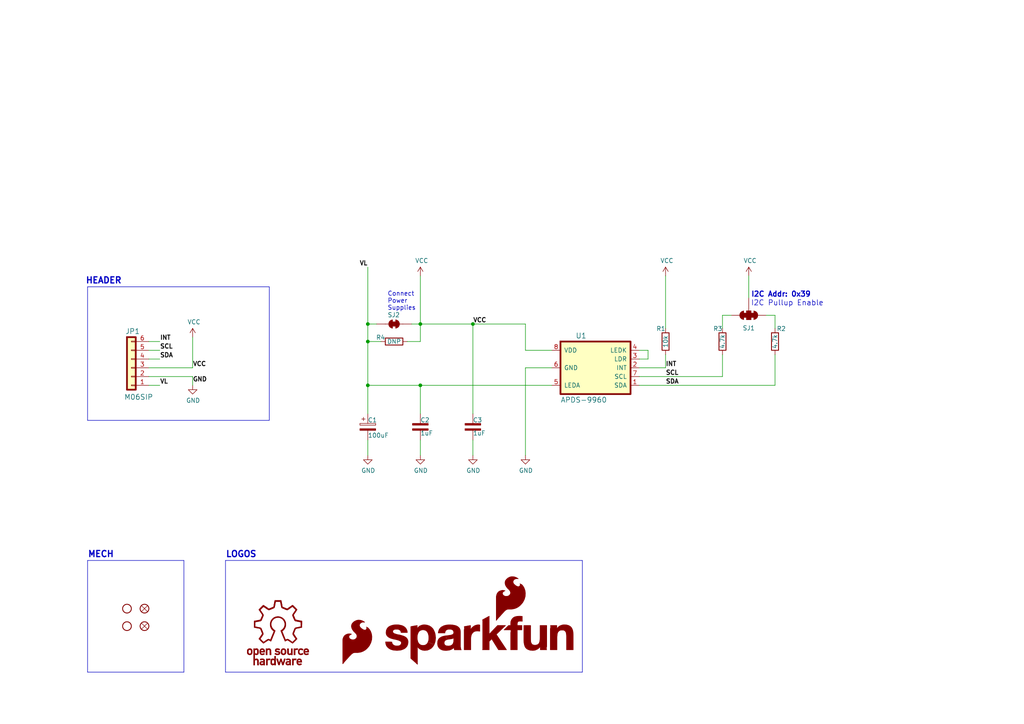
<source format=kicad_sch>
(kicad_sch (version 20230121) (generator eeschema)
  (paper "A4")
  (title_block (title "Sparkfun APDS-9960 RGB and Gesture Sensor") (date "2020-12-17") (rev "v10") (company "Sparkfun") (comment 1 "https://creativecommons.org/Licenses/by-sa/4.0") (comment 2 "Released under the Creative Commons Attribution Share-Alike 4.0 License"))
  (lib_symbols
    (symbol "power:GND" (power) (pin_names (offset 0))
      (property "Value" "GND" (at 0 -3.81 0))
      (symbol "GND_1_1"
        (pin power_in line (at 0 0 270) (length 0) hide (name "GND") (number "1"))
      )
    )
    (symbol "power:VCC" (power) (pin_names (offset 0))
      (property "Value" "VCC" (at 0 3.81 0))
      (symbol "VCC_1_1"
        (pin power_in line (at 0 0 90) (length 0) hide (name "VCC") (number "1"))
      )
    )
    (symbol "sparkfun_apds_9960:APDS-9960" (pin_names (offset 1.016))
      (property "Reference" "U" (at -2.54 10.16 0))
      (property "Value" "APDS-9960" (at -10.16 -10.16 0))
      (symbol "APDS-9960_1_0"
        (pin bidirectional line (at 12.7 -5.08 180) (length 2.54) (name "SDA") (number "1"))
        (pin bidirectional line (at 12.7 0 180) (length 2.54) (name "INT") (number "2"))
        (pin bidirectional line (at 12.7 2.54 180) (length 2.54) (name "LDR") (number "3"))
        (pin bidirectional line (at 12.7 5.08 180) (length 2.54) (name "LEDK") (number "4"))
        (pin bidirectional line (at -12.7 -5.08 0) (length 2.54) (name "LEDA") (number "5"))
        (pin bidirectional line (at -12.7 0 0) (length 2.54) (name "GND") (number "6"))
        (pin bidirectional line (at 12.7 -2.54 180) (length 2.54) (name "SCL") (number "7"))
        (pin bidirectional line (at -12.7 5.08 0) (length 2.54) (name "VDD") (number "8"))
      )
    )
    (symbol "sparkfun_apds_9960:Cap_NonPol" (pin_numbers hide) (pin_names (offset 0.254))
      (property "Reference" "C" (at 0.635 2.54 0))
      (property "Value" "Cap_NonPol" (at 0.635 -2.54 0))
      (symbol "Cap_NonPol_1_1"
        (pin passive line (at 0 3.81 270) (length 2.794) (name "~") (number "1"))
        (pin passive line (at 0 -3.81 90) (length 2.794) (name "~") (number "2"))
      )
    )
    (symbol "sparkfun_apds_9960:Cap_Pol" (pin_numbers hide) (pin_names (offset 0.254))
      (property "Reference" "C" (at 0.635 2.54 0))
      (property "Value" "Cap_Pol" (at 0.635 -2.54 0))
      (symbol "Cap_Pol_1_1"
        (pin passive line (at 0 3.81 270) (length 2.794) (name "~") (number "1"))
        (pin passive line (at 0 -3.81 90) (length 2.794) (name "~") (number "2"))
      )
    )
    (symbol "sparkfun_apds_9960:Conn_01x06" (pin_names (offset 1.016) hide)
      (property "Reference" "J" (at 1.27 8.89 0))
      (property "Value" "Conn_01x06" (at 1.27 -8.89 0))
      (symbol "Conn_01x06_1_1"
        (pin passive line (at -3.81 6.35 0) (length 3.81) (name "Pin_1") (number "1"))
        (pin passive line (at -3.81 3.81 0) (length 3.81) (name "Pin_2") (number "2"))
        (pin passive line (at -3.81 1.27 0) (length 3.81) (name "Pin_3") (number "3"))
        (pin passive line (at -3.81 -1.27 0) (length 3.81) (name "Pin_4") (number "4"))
        (pin passive line (at -3.81 -3.81 0) (length 3.81) (name "Pin_5") (number "5"))
        (pin passive line (at -3.81 -6.35 0) (length 3.81) (name "Pin_6") (number "6"))
      )
    )
    (symbol "sparkfun_apds_9960:FIDUCIAL1X2" (pin_names (offset 1.016)))
    (symbol "sparkfun_apds_9960:OSHW" (pin_numbers hide) (pin_names (offset 0) hide))
    (symbol "sparkfun_apds_9960:Resistor" (pin_numbers hide) (pin_names (offset 0))
      (property "Reference" "R" (at 2.032 0 90))
      (property "Value" "Resistor" (at 0 0 90))
      (symbol "Resistor_1_1"
        (pin passive line (at 0 3.81 270) (length 1.27) (name "~") (number "1"))
        (pin passive line (at 0 -3.81 90) (length 1.27) (name "~") (number "2"))
      )
    )
    (symbol "sparkfun_apds_9960:SFE_LOGO_FLAME.1COP" (pin_names (offset 1.016)))
    (symbol "sparkfun_apds_9960:SFE_LOGO_NAME_FLAME1_INCH" (pin_names (offset 1.016)))
    (symbol "sparkfun_apds_9960:SOLDERJUMPERNO" (pin_names (offset 1.016))
      (property "Reference" "SJ" (at -2.54 2.54 0))
      (property "Value" "SOLDERJUMPERNO" (at -2.54 -5.08 0))
      (symbol "SOLDERJUMPERNO_1_0"
        (pin passive line (at -5.08 0 0) (length 2.54) (name "1") (number "1"))
        (pin passive line (at 5.08 0 180) (length 2.54) (name "2") (number "2"))
      )
    )
    (symbol "sparkfun_apds_9960:SOLDERJUMPER_2WAYPASTE1&2&3" (pin_names (offset 1.016))
      (property "Reference" "SJ" (at 2.54 0.381 0))
      (property "Value" "SOLDERJUMPER_2WAYPASTE1&2&3" (at 2.54 -1.905 0))
      (symbol "SOLDERJUMPER_2WAYPASTE1&2&3_1_0"
        (pin passive line (at 0 5.08 270) (length 2.54) (name "1") (number "1"))
        (pin passive line (at -5.08 0 0) (length 2.54) (name "2") (number "2"))
        (pin passive line (at 0 -5.08 90) (length 2.54) (name "3") (number "3"))
      )
    )
    (symbol "sparkfun_apds_9960:STAND-OFF" (pin_names (offset 1.016)))
  )
  (junction (at 121.92 111.76))
  (junction (at 121.92 93.98))
  (junction (at 106.68 111.76))
  (junction (at 137.16 93.98))
  (junction (at 106.68 93.98))
  (junction (at 106.68 99.06))
  (wire (pts (xy 43.18 106.68) (xy 55.88 106.68)))
  (wire (pts (xy 43.18 101.6) (xy 46.355 101.6)))
  (wire (pts (xy 217.17 80.01) (xy 217.17 86.36)))
  (wire (pts (xy 106.68 127.635) (xy 106.68 132.08)))
  (wire (pts (xy 55.88 109.22) (xy 55.88 111.76)))
  (wire (pts (xy 121.92 93.98) (xy 121.92 80.01)))
  (wire (pts (xy 106.68 93.98) (xy 106.68 99.06)))
  (polyline (pts (xy 25.4 162.56) (xy 53.34 162.56)))
  (wire (pts (xy 187.96 104.14) (xy 185.42 104.14)))
  (wire (pts (xy 43.18 104.14) (xy 46.355 104.14)))
  (wire (pts (xy 224.79 111.76) (xy 224.79 102.87)))
  (wire (pts (xy 106.68 93.98) (xy 106.68 77.47)))
  (wire (pts (xy 121.92 93.98) (xy 121.92 99.06)))
  (wire (pts (xy 152.4 101.6) (xy 152.4 93.98)))
  (wire (pts (xy 43.18 99.06) (xy 46.355 99.06)))
  (wire (pts (xy 121.92 111.76) (xy 121.92 120.015)))
  (wire (pts (xy 43.18 111.76) (xy 46.355 111.76)))
  (polyline (pts (xy 168.91 194.945) (xy 65.405 194.945)))
  (wire (pts (xy 193.04 80.01) (xy 193.04 95.25)))
  (wire (pts (xy 121.92 132.08) (xy 121.92 127.635)))
  (polyline (pts (xy 53.34 162.56) (xy 53.34 194.945)))
  (wire (pts (xy 185.42 106.68) (xy 193.04 106.68)))
  (wire (pts (xy 106.68 99.06) (xy 106.68 111.76)))
  (polyline (pts (xy 25.4 83.185) (xy 78.105 83.185)))
  (wire (pts (xy 224.79 91.44) (xy 224.79 95.25)))
  (wire (pts (xy 106.68 99.06) (xy 110.49 99.06)))
  (wire (pts (xy 209.55 109.22) (xy 209.55 102.87)))
  (polyline (pts (xy 78.105 83.185) (xy 78.105 121.92)))
  (wire (pts (xy 212.09 91.44) (xy 209.55 91.44)))
  (polyline (pts (xy 25.4 194.945) (xy 25.4 162.56)))
  (wire (pts (xy 160.02 101.6) (xy 152.4 101.6)))
  (wire (pts (xy 185.42 111.76) (xy 224.79 111.76)))
  (wire (pts (xy 137.16 127.635) (xy 137.16 132.08)))
  (wire (pts (xy 43.18 109.22) (xy 55.88 109.22)))
  (polyline (pts (xy 65.405 194.945) (xy 65.405 162.56)))
  (wire (pts (xy 121.92 93.98) (xy 119.38 93.98)))
  (polyline (pts (xy 78.105 121.92) (xy 25.4 121.92)))
  (wire (pts (xy 152.4 106.68) (xy 152.4 132.08)))
  (wire (pts (xy 187.96 101.6) (xy 187.96 104.14)))
  (wire (pts (xy 160.02 106.68) (xy 152.4 106.68)))
  (wire (pts (xy 109.22 93.98) (xy 106.68 93.98)))
  (wire (pts (xy 185.42 109.22) (xy 209.55 109.22)))
  (wire (pts (xy 193.04 102.87) (xy 193.04 106.68)))
  (polyline (pts (xy 65.405 162.56) (xy 168.91 162.56)))
  (polyline (pts (xy 53.34 194.945) (xy 25.4 194.945)))
  (wire (pts (xy 209.55 91.44) (xy 209.55 95.25)))
  (wire (pts (xy 55.88 106.68) (xy 55.88 97.79)))
  (polyline (pts (xy 25.4 121.92) (xy 25.4 83.185)))
  (wire (pts (xy 121.92 111.76) (xy 160.02 111.76)))
  (wire (pts (xy 106.68 120.015) (xy 106.68 111.76)))
  (polyline (pts (xy 168.91 162.56) (xy 168.91 194.945)))
  (wire (pts (xy 185.42 101.6) (xy 187.96 101.6)))
  (wire (pts (xy 106.68 111.76) (xy 121.92 111.76)))
  (wire (pts (xy 137.16 120.015) (xy 137.16 93.98)))
  (wire (pts (xy 121.92 99.06) (xy 118.11 99.06)))
  (wire (pts (xy 222.25 91.44) (xy 224.79 91.44)))
  (wire (pts (xy 121.92 93.98) (xy 137.16 93.98)))
  (wire (pts (xy 152.4 93.98) (xy 137.16 93.98)))
  (text "I2C Pullup Enable" (at 217.805 88.9 0) (effects (font (size 1.524 1.524)) (justify left bottom)))
  (text "I2C Addr: 0x39" (at 217.805 86.36 0) (effects (font (size 1.4986 1.4986) (thickness 0.2997) bold) (justify left bottom)))
  (text "Connect\nPower\nSupplies" (at 112.395 90.17 0) (effects (font (size 1.27 1.27)) (justify left bottom)))
  (text "HEADER" (at 24.765 82.55 0) (effects (font (size 1.778 1.778) (thickness 0.3556) bold) (justify left bottom)))
  (text "MECH" (at 25.4 161.925 0) (effects (font (size 1.778 1.778) (thickness 0.3556) bold) (justify left bottom)))
  (text "LOGOS" (at 65.405 161.925 0) (effects (font (size 1.778 1.778) (thickness 0.3556) bold) (justify left bottom)))
  (label "SCL" (at 46.355 101.6 0) (effects (font (thickness 0.254) bold)))
  (label "SCL" (at 193.04 109.22 0) (effects (font (thickness 0.254) bold)))
  (label "SDA" (at 46.355 104.14 0) (effects (font (thickness 0.254) bold)))
  (label "GND" (at 55.88 111.125 0) (effects (font (thickness 0.254) bold)))
  (label "VCC" (at 55.88 106.68 0) (effects (font (thickness 0.254) bold)))
  (label "INT" (at 46.355 99.06 0) (effects (font (thickness 0.254) bold)))
  (label "VL" (at 46.355 111.76 0) (effects (font (thickness 0.254) bold)))
  (label "SDA" (at 193.04 111.76 0) (effects (font (thickness 0.254) bold)))
  (label "INT" (at 193.04 106.68 0) (effects (font (thickness 0.254) bold)))
  (label "VL" (at 106.68 77.47 180) (effects (font (thickness 0.254) bold)))
  (label "VCC" (at 137.16 93.98 0) (effects (font (thickness 0.254) bold)))
  (symbol (lib_id "sparkfun_apds_9960:Cap_Pol") (at 106.68 123.825 0) (unit 1)
    (property "Reference" "C1" (at 106.68 122.555 0) (effects (justify left bottom)))
    (property "Value" "100uF" (at 106.68 127 0) (effects (justify left bottom)))
    (property "Footprint" "APDS_9960:c_2917" (effects hide))
  )
  (symbol (lib_id "sparkfun_apds_9960:Conn_01x06") (at 39.37 105.41 180) (unit 1)
    (property "Reference" "JP1" (at 40.64 95.25 0) (effects (font (size 1.4986 1.4986)) (justify left bottom)))
    (property "Value" "M06SIP" (at 44.45 114.3 0) (effects (font (size 1.4986 1.4986)) (justify left bottom)))
    (property "Footprint" "APDS_9960:1X06" (effects hide))
  )
  (symbol (lib_id "sparkfun_apds_9960:Cap_NonPol") (at 121.92 123.825 0) (unit 1)
    (property "Reference" "C2" (at 121.92 122.555 0) (effects (justify left bottom)))
    (property "Value" "1uF" (at 121.92 126.365 0) (effects (justify left bottom)))
    (property "Footprint" "APDS_9960:0603-CAP" (effects hide))
  )
  (symbol (lib_id "sparkfun_apds_9960:Resistor") (at 209.55 99.06 180) (unit 1)
    (property "Reference" "R3" (at 209.55 94.615 0) (effects (justify left bottom)))
    (property "Value" "4.7k" (at 209.55 99.06 90))
    (property "Footprint" "APDS_9960:0603" (effects hide))
  )
  (symbol (lib_id "sparkfun_apds_9960:SOLDERJUMPER_2WAYPASTE1&2&3") (at 217.17 91.44 90) (mirror x) (unit 1)
    (property "Reference" "SJ1" (at 217.17 95.885 90) (effects (justify bottom)))
    (property "Value" "SOLDERJUMPER_2WAYPASTE1&2&3" (effects hide))
    (property "Footprint" "APDS_9960:SJ_3_PASTE1&2&3" (effects hide))
  )
  (symbol (lib_id "sparkfun_apds_9960:Resistor") (at 114.3 99.06 90) (unit 1)
    (property "Reference" "R4" (at 111.76 97.155 90) (effects (justify left bottom)))
    (property "Value" "DNP" (at 114.3 99.06 90))
    (property "Footprint" "APDS_9960:0603-RES" (effects hide))
  )
  (symbol (lib_id "sparkfun_apds_9960:Cap_NonPol") (at 137.16 123.825 0) (unit 1)
    (property "Reference" "C3" (at 137.16 122.555 0) (effects (justify left bottom)))
    (property "Value" "1uF" (at 137.16 126.365 0) (effects (justify left bottom)))
    (property "Footprint" "APDS_9960:0603-CAP" (effects hide))
  )
  (symbol (lib_id "power:GND") (at 152.4 132.08 0) (unit 1)
    (property "Reference" "#PWR?" (effects hide))
    (property "Value" "GND" (at 152.527 136.4742 0))
  )
  (symbol (lib_id "power:VCC") (at 55.88 97.79 0) (unit 1)
    (property "Reference" "#PWR0101" (effects hide))
    (property "Value" "VCC" (at 56.261 93.3958 0))
  )
  (symbol (lib_id "power:GND") (at 55.88 111.76 0) (unit 1)
    (property "Reference" "#PWR0102" (effects hide))
    (property "Value" "GND" (at 56.007 116.1542 0))
  )
  (symbol (lib_id "power:VCC") (at 121.92 80.01 0) (unit 1)
    (property "Reference" "#PWR0103" (effects hide))
    (property "Value" "VCC" (at 122.301 75.6158 0))
  )
  (symbol (lib_id "power:VCC") (at 193.04 80.01 0) (unit 1)
    (property "Reference" "#PWR0104" (effects hide))
    (property "Value" "VCC" (at 193.421 75.6158 0))
  )
  (symbol (lib_id "power:VCC") (at 217.17 80.01 0) (unit 1)
    (property "Reference" "#PWR0105" (effects hide))
    (property "Value" "VCC" (at 217.551 75.6158 0))
  )
  (symbol (lib_id "power:GND") (at 106.68 132.08 0) (unit 1)
    (property "Reference" "#PWR0106" (effects hide))
    (property "Value" "GND" (at 106.807 136.4742 0))
  )
  (symbol (lib_id "power:GND") (at 137.16 132.08 0) (unit 1)
    (property "Reference" "#PWR0107" (effects hide))
    (property "Value" "GND" (at 137.287 136.4742 0))
  )
  (symbol (lib_id "power:GND") (at 121.92 132.08 0) (unit 1)
    (property "Reference" "#PWR0108" (effects hide))
    (property "Value" "GND" (at 122.047 136.4742 0))
  )
  (symbol (lib_id "sparkfun_apds_9960:OSHW") (at 80.645 183.515 0) (unit 1)
    (property "Reference" "LOGO2" (effects hide))
    (property "Value" "OSHW-LOGOS" (effects hide))
    (property "Footprint" "APDS_9960:OSHW-LOGO-S" (effects hide))
  )
  (symbol (lib_id "sparkfun_apds_9960:SFE_LOGO_FLAME.1COP") (at 99.06 193.04 0) (unit 1)
    (property "Reference" "LOGO1" (effects hide))
    (property "Value" "SFE_LOGO_FLAME.1_INCH" (effects hide))
    (property "Footprint" "APDS_9960:SFE_LOGO_NAME_FLAME_.1" (effects hide))
  )
  (symbol (lib_id "sparkfun_apds_9960:STAND-OFF") (at 36.83 176.53 0) (unit 1)
    (property "Reference" "STANDOFF1" (effects hide))
    (property "Value" "STAND-OFF" (effects hide))
    (property "Footprint" "APDS_9960:STAND-OFF" (effects hide))
  )
  (symbol (lib_id "sparkfun_apds_9960:STAND-OFF") (at 36.83 181.61 0) (unit 1)
    (property "Reference" "STANDOFF2" (effects hide))
    (property "Value" "STAND-OFF" (effects hide))
    (property "Footprint" "APDS_9960:STAND-OFF" (effects hide))
  )
  (symbol (lib_id "sparkfun_apds_9960:Resistor") (at 193.04 99.06 180) (unit 1)
    (property "Reference" "R1" (at 193.04 94.615 0) (effects (justify left bottom)))
    (property "Value" "10k" (at 193.04 99.06 90))
    (property "Footprint" "APDS_9960:0603-RES" (effects hide))
  )
  (symbol (lib_id "sparkfun_apds_9960:SFE_LOGO_NAME_FLAME1_INCH") (at 111.125 193.04 0) (unit 1)
    (property "Reference" "U$1" (effects hide))
    (property "Value" "SFE_LOGO_NAME_FLAME.1_INCH" (effects hide))
    (property "Footprint" "APDS_9960:SFE_LOGO_FLAME_.1" (effects hide))
  )
  (symbol (lib_id "sparkfun_apds_9960:SOLDERJUMPERNO") (at 114.3 93.98 0) (unit 1)
    (property "Reference" "SJ2" (at 112.395 92.075 0) (effects (justify left bottom)))
    (property "Value" "SOLDERJUMPERNC" (effects hide))
    (property "Footprint" "APDS_9960:SJ_2S" (effects hide))
  )
  (symbol (lib_id "sparkfun_apds_9960:FIDUCIAL1X2") (at 41.91 176.53 0) (unit 1)
    (property "Reference" "FID1" (effects hide))
    (property "Value" "FIDUCIAL1X2" (effects hide))
    (property "Footprint" "APDS_9960:FIDUCIAL-1X2" (effects hide))
  )
  (symbol (lib_id "sparkfun_apds_9960:FIDUCIAL1X2") (at 41.91 181.61 0) (unit 1)
    (property "Reference" "FID2" (effects hide))
    (property "Value" "FIDUCIAL1X2" (effects hide))
    (property "Footprint" "APDS_9960:FIDUCIAL-1X2" (effects hide))
  )
  (symbol (lib_id "sparkfun_apds_9960:Resistor") (at 224.79 99.06 180) (unit 1)
    (property "Reference" "R2" (at 227.965 94.615 0) (effects (justify left bottom)))
    (property "Value" "4.7k" (at 224.79 99.06 90))
    (property "Footprint" "APDS_9960:0603" (effects hide))
  )
  (symbol (lib_id "sparkfun_apds_9960:APDS-9960") (at 172.72 106.68 0) (unit 1)
    (property "Reference" "U1" (at 170.18 96.52 0) (effects (font (size 1.4986 1.4986)) (justify right top)))
    (property "Value" "APDS-9960" (at 162.56 116.84 0) (effects (font (size 1.4986 1.4986)) (justify left bottom)))
    (property "Footprint" "APDS_9960:APDS-9960" (effects hide))
  )
)
</source>
